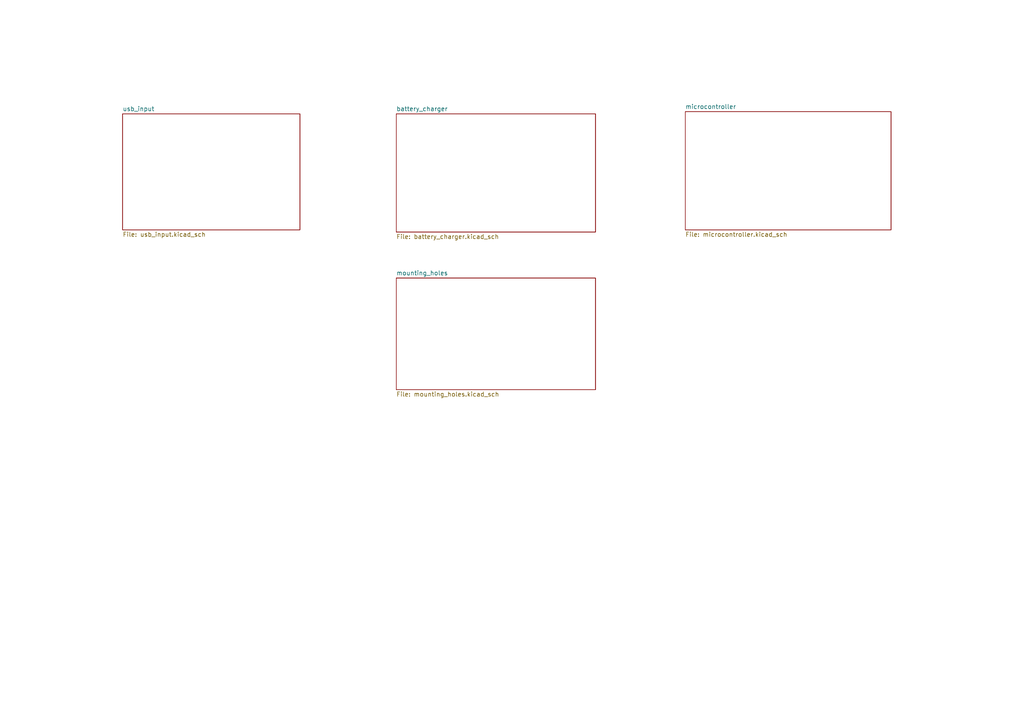
<source format=kicad_sch>
(kicad_sch (version 20230121) (generator eeschema)
  (paper "A4")
  (lib_symbols)
  (sheet (at 198.755 32.385) (size 59.69 34.29) (stroke (width 0.1524))
    (property "Sheetname" "microcontroller" (at 198.755 31.6734 0) (effects (justify left bottom)))
    (property "Sheetfile" "microcontroller.kicad_sch" (at 198.755 67.2596 0) (effects (justify left top)))
  )
  (sheet (at 114.935 33.02) (size 57.785 34.29) (stroke (width 0.1524))
    (property "Sheetname" "battery_charger" (at 114.935 32.3084 0) (effects (justify left bottom)))
    (property "Sheetfile" "battery_charger.kicad_sch" (at 114.935 67.8946 0) (effects (justify left top)))
  )
  (sheet (at 35.56 33.02) (size 51.435 33.655) (stroke (width 0.1524))
    (property "Sheetname" "usb_input" (at 35.56 32.3084 0) (effects (justify left bottom)))
    (property "Sheetfile" "usb_input.kicad_sch" (at 35.56 67.2596 0) (effects (justify left top)))
  )
  (sheet (at 114.935 80.645) (size 57.785 32.385) (stroke (width 0.1524))
    (property "Sheetname" "mounting_holes" (at 114.935 79.9334 0) (effects (justify left bottom)))
    (property "Sheetfile" "mounting_holes.kicad_sch" (at 114.935 113.6146 0) (effects (justify left top)))
  )
)
</source>
